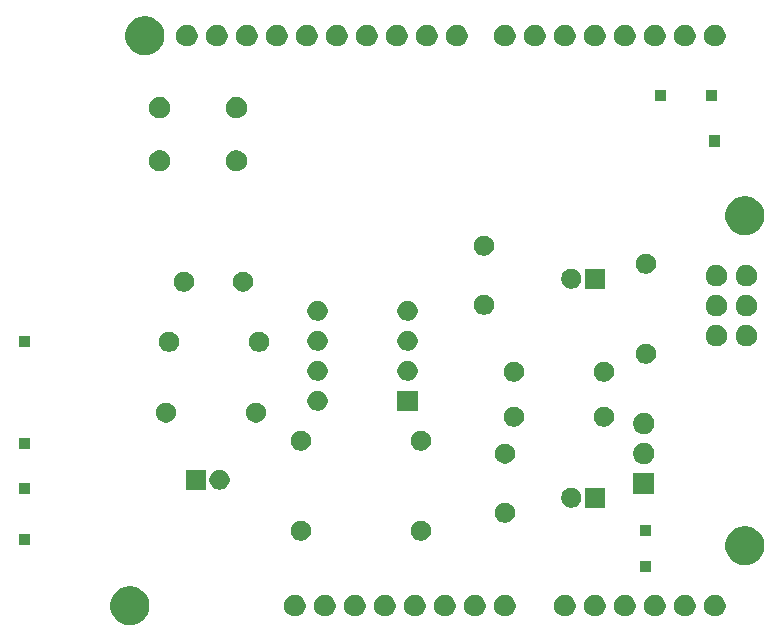
<source format=gbr>
%TF.GenerationSoftware,KiCad,Pcbnew,(5.1.5)-3*%
%TF.CreationDate,2020-05-16T21:05:58+02:00*%
%TF.ProjectId,30_PCB,33305f50-4342-42e6-9b69-6361645f7063,R0.7*%
%TF.SameCoordinates,Original*%
%TF.FileFunction,Soldermask,Bot*%
%TF.FilePolarity,Negative*%
%FSLAX46Y46*%
G04 Gerber Fmt 4.6, Leading zero omitted, Abs format (unit mm)*
G04 Created by KiCad (PCBNEW (5.1.5)-3) date 2020-05-16 21:05:58*
%MOMM*%
%LPD*%
G04 APERTURE LIST*
%ADD10C,0.100000*%
G04 APERTURE END LIST*
D10*
G36*
X126867256Y-115739298D02*
G01*
X126973579Y-115760447D01*
X127274042Y-115884903D01*
X127544451Y-116065585D01*
X127774415Y-116295549D01*
X127955097Y-116565958D01*
X127955098Y-116565960D01*
X128079553Y-116866422D01*
X128143000Y-117185389D01*
X128143000Y-117510611D01*
X128079553Y-117829578D01*
X127984766Y-118058416D01*
X127955097Y-118130042D01*
X127774415Y-118400451D01*
X127544451Y-118630415D01*
X127274042Y-118811097D01*
X126973579Y-118935553D01*
X126867256Y-118956702D01*
X126654611Y-118999000D01*
X126329389Y-118999000D01*
X126116744Y-118956702D01*
X126010421Y-118935553D01*
X125709958Y-118811097D01*
X125439549Y-118630415D01*
X125209585Y-118400451D01*
X125028903Y-118130042D01*
X124999235Y-118058416D01*
X124904447Y-117829578D01*
X124841000Y-117510611D01*
X124841000Y-117185389D01*
X124904447Y-116866422D01*
X125028902Y-116565960D01*
X125028903Y-116565958D01*
X125209585Y-116295549D01*
X125439549Y-116065585D01*
X125709958Y-115884903D01*
X126010421Y-115760447D01*
X126116744Y-115739298D01*
X126329389Y-115697000D01*
X126654611Y-115697000D01*
X126867256Y-115739298D01*
G37*
G36*
X176288778Y-116468547D02*
G01*
X176455224Y-116537491D01*
X176605022Y-116637583D01*
X176732417Y-116764978D01*
X176832509Y-116914776D01*
X176901453Y-117081222D01*
X176936600Y-117257918D01*
X176936600Y-117438082D01*
X176901453Y-117614778D01*
X176832509Y-117781224D01*
X176732417Y-117931022D01*
X176605022Y-118058417D01*
X176455224Y-118158509D01*
X176288778Y-118227453D01*
X176112082Y-118262600D01*
X175931918Y-118262600D01*
X175755222Y-118227453D01*
X175588776Y-118158509D01*
X175438978Y-118058417D01*
X175311583Y-117931022D01*
X175211491Y-117781224D01*
X175142547Y-117614778D01*
X175107400Y-117438082D01*
X175107400Y-117257918D01*
X175142547Y-117081222D01*
X175211491Y-116914776D01*
X175311583Y-116764978D01*
X175438978Y-116637583D01*
X175588776Y-116537491D01*
X175755222Y-116468547D01*
X175931918Y-116433400D01*
X176112082Y-116433400D01*
X176288778Y-116468547D01*
G37*
G36*
X163588778Y-116468547D02*
G01*
X163755224Y-116537491D01*
X163905022Y-116637583D01*
X164032417Y-116764978D01*
X164132509Y-116914776D01*
X164201453Y-117081222D01*
X164236600Y-117257918D01*
X164236600Y-117438082D01*
X164201453Y-117614778D01*
X164132509Y-117781224D01*
X164032417Y-117931022D01*
X163905022Y-118058417D01*
X163755224Y-118158509D01*
X163588778Y-118227453D01*
X163412082Y-118262600D01*
X163231918Y-118262600D01*
X163055222Y-118227453D01*
X162888776Y-118158509D01*
X162738978Y-118058417D01*
X162611583Y-117931022D01*
X162511491Y-117781224D01*
X162442547Y-117614778D01*
X162407400Y-117438082D01*
X162407400Y-117257918D01*
X162442547Y-117081222D01*
X162511491Y-116914776D01*
X162611583Y-116764978D01*
X162738978Y-116637583D01*
X162888776Y-116537491D01*
X163055222Y-116468547D01*
X163231918Y-116433400D01*
X163412082Y-116433400D01*
X163588778Y-116468547D01*
G37*
G36*
X158508778Y-116468547D02*
G01*
X158675224Y-116537491D01*
X158825022Y-116637583D01*
X158952417Y-116764978D01*
X159052509Y-116914776D01*
X159121453Y-117081222D01*
X159156600Y-117257918D01*
X159156600Y-117438082D01*
X159121453Y-117614778D01*
X159052509Y-117781224D01*
X158952417Y-117931022D01*
X158825022Y-118058417D01*
X158675224Y-118158509D01*
X158508778Y-118227453D01*
X158332082Y-118262600D01*
X158151918Y-118262600D01*
X157975222Y-118227453D01*
X157808776Y-118158509D01*
X157658978Y-118058417D01*
X157531583Y-117931022D01*
X157431491Y-117781224D01*
X157362547Y-117614778D01*
X157327400Y-117438082D01*
X157327400Y-117257918D01*
X157362547Y-117081222D01*
X157431491Y-116914776D01*
X157531583Y-116764978D01*
X157658978Y-116637583D01*
X157808776Y-116537491D01*
X157975222Y-116468547D01*
X158151918Y-116433400D01*
X158332082Y-116433400D01*
X158508778Y-116468547D01*
G37*
G36*
X155968778Y-116468547D02*
G01*
X156135224Y-116537491D01*
X156285022Y-116637583D01*
X156412417Y-116764978D01*
X156512509Y-116914776D01*
X156581453Y-117081222D01*
X156616600Y-117257918D01*
X156616600Y-117438082D01*
X156581453Y-117614778D01*
X156512509Y-117781224D01*
X156412417Y-117931022D01*
X156285022Y-118058417D01*
X156135224Y-118158509D01*
X155968778Y-118227453D01*
X155792082Y-118262600D01*
X155611918Y-118262600D01*
X155435222Y-118227453D01*
X155268776Y-118158509D01*
X155118978Y-118058417D01*
X154991583Y-117931022D01*
X154891491Y-117781224D01*
X154822547Y-117614778D01*
X154787400Y-117438082D01*
X154787400Y-117257918D01*
X154822547Y-117081222D01*
X154891491Y-116914776D01*
X154991583Y-116764978D01*
X155118978Y-116637583D01*
X155268776Y-116537491D01*
X155435222Y-116468547D01*
X155611918Y-116433400D01*
X155792082Y-116433400D01*
X155968778Y-116468547D01*
G37*
G36*
X153428778Y-116468547D02*
G01*
X153595224Y-116537491D01*
X153745022Y-116637583D01*
X153872417Y-116764978D01*
X153972509Y-116914776D01*
X154041453Y-117081222D01*
X154076600Y-117257918D01*
X154076600Y-117438082D01*
X154041453Y-117614778D01*
X153972509Y-117781224D01*
X153872417Y-117931022D01*
X153745022Y-118058417D01*
X153595224Y-118158509D01*
X153428778Y-118227453D01*
X153252082Y-118262600D01*
X153071918Y-118262600D01*
X152895222Y-118227453D01*
X152728776Y-118158509D01*
X152578978Y-118058417D01*
X152451583Y-117931022D01*
X152351491Y-117781224D01*
X152282547Y-117614778D01*
X152247400Y-117438082D01*
X152247400Y-117257918D01*
X152282547Y-117081222D01*
X152351491Y-116914776D01*
X152451583Y-116764978D01*
X152578978Y-116637583D01*
X152728776Y-116537491D01*
X152895222Y-116468547D01*
X153071918Y-116433400D01*
X153252082Y-116433400D01*
X153428778Y-116468547D01*
G37*
G36*
X150888778Y-116468547D02*
G01*
X151055224Y-116537491D01*
X151205022Y-116637583D01*
X151332417Y-116764978D01*
X151432509Y-116914776D01*
X151501453Y-117081222D01*
X151536600Y-117257918D01*
X151536600Y-117438082D01*
X151501453Y-117614778D01*
X151432509Y-117781224D01*
X151332417Y-117931022D01*
X151205022Y-118058417D01*
X151055224Y-118158509D01*
X150888778Y-118227453D01*
X150712082Y-118262600D01*
X150531918Y-118262600D01*
X150355222Y-118227453D01*
X150188776Y-118158509D01*
X150038978Y-118058417D01*
X149911583Y-117931022D01*
X149811491Y-117781224D01*
X149742547Y-117614778D01*
X149707400Y-117438082D01*
X149707400Y-117257918D01*
X149742547Y-117081222D01*
X149811491Y-116914776D01*
X149911583Y-116764978D01*
X150038978Y-116637583D01*
X150188776Y-116537491D01*
X150355222Y-116468547D01*
X150531918Y-116433400D01*
X150712082Y-116433400D01*
X150888778Y-116468547D01*
G37*
G36*
X148348778Y-116468547D02*
G01*
X148515224Y-116537491D01*
X148665022Y-116637583D01*
X148792417Y-116764978D01*
X148892509Y-116914776D01*
X148961453Y-117081222D01*
X148996600Y-117257918D01*
X148996600Y-117438082D01*
X148961453Y-117614778D01*
X148892509Y-117781224D01*
X148792417Y-117931022D01*
X148665022Y-118058417D01*
X148515224Y-118158509D01*
X148348778Y-118227453D01*
X148172082Y-118262600D01*
X147991918Y-118262600D01*
X147815222Y-118227453D01*
X147648776Y-118158509D01*
X147498978Y-118058417D01*
X147371583Y-117931022D01*
X147271491Y-117781224D01*
X147202547Y-117614778D01*
X147167400Y-117438082D01*
X147167400Y-117257918D01*
X147202547Y-117081222D01*
X147271491Y-116914776D01*
X147371583Y-116764978D01*
X147498978Y-116637583D01*
X147648776Y-116537491D01*
X147815222Y-116468547D01*
X147991918Y-116433400D01*
X148172082Y-116433400D01*
X148348778Y-116468547D01*
G37*
G36*
X143268778Y-116468547D02*
G01*
X143435224Y-116537491D01*
X143585022Y-116637583D01*
X143712417Y-116764978D01*
X143812509Y-116914776D01*
X143881453Y-117081222D01*
X143916600Y-117257918D01*
X143916600Y-117438082D01*
X143881453Y-117614778D01*
X143812509Y-117781224D01*
X143712417Y-117931022D01*
X143585022Y-118058417D01*
X143435224Y-118158509D01*
X143268778Y-118227453D01*
X143092082Y-118262600D01*
X142911918Y-118262600D01*
X142735222Y-118227453D01*
X142568776Y-118158509D01*
X142418978Y-118058417D01*
X142291583Y-117931022D01*
X142191491Y-117781224D01*
X142122547Y-117614778D01*
X142087400Y-117438082D01*
X142087400Y-117257918D01*
X142122547Y-117081222D01*
X142191491Y-116914776D01*
X142291583Y-116764978D01*
X142418978Y-116637583D01*
X142568776Y-116537491D01*
X142735222Y-116468547D01*
X142911918Y-116433400D01*
X143092082Y-116433400D01*
X143268778Y-116468547D01*
G37*
G36*
X145808778Y-116468547D02*
G01*
X145975224Y-116537491D01*
X146125022Y-116637583D01*
X146252417Y-116764978D01*
X146352509Y-116914776D01*
X146421453Y-117081222D01*
X146456600Y-117257918D01*
X146456600Y-117438082D01*
X146421453Y-117614778D01*
X146352509Y-117781224D01*
X146252417Y-117931022D01*
X146125022Y-118058417D01*
X145975224Y-118158509D01*
X145808778Y-118227453D01*
X145632082Y-118262600D01*
X145451918Y-118262600D01*
X145275222Y-118227453D01*
X145108776Y-118158509D01*
X144958978Y-118058417D01*
X144831583Y-117931022D01*
X144731491Y-117781224D01*
X144662547Y-117614778D01*
X144627400Y-117438082D01*
X144627400Y-117257918D01*
X144662547Y-117081222D01*
X144731491Y-116914776D01*
X144831583Y-116764978D01*
X144958978Y-116637583D01*
X145108776Y-116537491D01*
X145275222Y-116468547D01*
X145451918Y-116433400D01*
X145632082Y-116433400D01*
X145808778Y-116468547D01*
G37*
G36*
X173748778Y-116468547D02*
G01*
X173915224Y-116537491D01*
X174065022Y-116637583D01*
X174192417Y-116764978D01*
X174292509Y-116914776D01*
X174361453Y-117081222D01*
X174396600Y-117257918D01*
X174396600Y-117438082D01*
X174361453Y-117614778D01*
X174292509Y-117781224D01*
X174192417Y-117931022D01*
X174065022Y-118058417D01*
X173915224Y-118158509D01*
X173748778Y-118227453D01*
X173572082Y-118262600D01*
X173391918Y-118262600D01*
X173215222Y-118227453D01*
X173048776Y-118158509D01*
X172898978Y-118058417D01*
X172771583Y-117931022D01*
X172671491Y-117781224D01*
X172602547Y-117614778D01*
X172567400Y-117438082D01*
X172567400Y-117257918D01*
X172602547Y-117081222D01*
X172671491Y-116914776D01*
X172771583Y-116764978D01*
X172898978Y-116637583D01*
X173048776Y-116537491D01*
X173215222Y-116468547D01*
X173391918Y-116433400D01*
X173572082Y-116433400D01*
X173748778Y-116468547D01*
G37*
G36*
X171208778Y-116468547D02*
G01*
X171375224Y-116537491D01*
X171525022Y-116637583D01*
X171652417Y-116764978D01*
X171752509Y-116914776D01*
X171821453Y-117081222D01*
X171856600Y-117257918D01*
X171856600Y-117438082D01*
X171821453Y-117614778D01*
X171752509Y-117781224D01*
X171652417Y-117931022D01*
X171525022Y-118058417D01*
X171375224Y-118158509D01*
X171208778Y-118227453D01*
X171032082Y-118262600D01*
X170851918Y-118262600D01*
X170675222Y-118227453D01*
X170508776Y-118158509D01*
X170358978Y-118058417D01*
X170231583Y-117931022D01*
X170131491Y-117781224D01*
X170062547Y-117614778D01*
X170027400Y-117438082D01*
X170027400Y-117257918D01*
X170062547Y-117081222D01*
X170131491Y-116914776D01*
X170231583Y-116764978D01*
X170358978Y-116637583D01*
X170508776Y-116537491D01*
X170675222Y-116468547D01*
X170851918Y-116433400D01*
X171032082Y-116433400D01*
X171208778Y-116468547D01*
G37*
G36*
X168668778Y-116468547D02*
G01*
X168835224Y-116537491D01*
X168985022Y-116637583D01*
X169112417Y-116764978D01*
X169212509Y-116914776D01*
X169281453Y-117081222D01*
X169316600Y-117257918D01*
X169316600Y-117438082D01*
X169281453Y-117614778D01*
X169212509Y-117781224D01*
X169112417Y-117931022D01*
X168985022Y-118058417D01*
X168835224Y-118158509D01*
X168668778Y-118227453D01*
X168492082Y-118262600D01*
X168311918Y-118262600D01*
X168135222Y-118227453D01*
X167968776Y-118158509D01*
X167818978Y-118058417D01*
X167691583Y-117931022D01*
X167591491Y-117781224D01*
X167522547Y-117614778D01*
X167487400Y-117438082D01*
X167487400Y-117257918D01*
X167522547Y-117081222D01*
X167591491Y-116914776D01*
X167691583Y-116764978D01*
X167818978Y-116637583D01*
X167968776Y-116537491D01*
X168135222Y-116468547D01*
X168311918Y-116433400D01*
X168492082Y-116433400D01*
X168668778Y-116468547D01*
G37*
G36*
X166128778Y-116468547D02*
G01*
X166295224Y-116537491D01*
X166445022Y-116637583D01*
X166572417Y-116764978D01*
X166672509Y-116914776D01*
X166741453Y-117081222D01*
X166776600Y-117257918D01*
X166776600Y-117438082D01*
X166741453Y-117614778D01*
X166672509Y-117781224D01*
X166572417Y-117931022D01*
X166445022Y-118058417D01*
X166295224Y-118158509D01*
X166128778Y-118227453D01*
X165952082Y-118262600D01*
X165771918Y-118262600D01*
X165595222Y-118227453D01*
X165428776Y-118158509D01*
X165278978Y-118058417D01*
X165151583Y-117931022D01*
X165051491Y-117781224D01*
X164982547Y-117614778D01*
X164947400Y-117438082D01*
X164947400Y-117257918D01*
X164982547Y-117081222D01*
X165051491Y-116914776D01*
X165151583Y-116764978D01*
X165278978Y-116637583D01*
X165428776Y-116537491D01*
X165595222Y-116468547D01*
X165771918Y-116433400D01*
X165952082Y-116433400D01*
X166128778Y-116468547D01*
G37*
G36*
X140728778Y-116468547D02*
G01*
X140895224Y-116537491D01*
X141045022Y-116637583D01*
X141172417Y-116764978D01*
X141272509Y-116914776D01*
X141341453Y-117081222D01*
X141376600Y-117257918D01*
X141376600Y-117438082D01*
X141341453Y-117614778D01*
X141272509Y-117781224D01*
X141172417Y-117931022D01*
X141045022Y-118058417D01*
X140895224Y-118158509D01*
X140728778Y-118227453D01*
X140552082Y-118262600D01*
X140371918Y-118262600D01*
X140195222Y-118227453D01*
X140028776Y-118158509D01*
X139878978Y-118058417D01*
X139751583Y-117931022D01*
X139651491Y-117781224D01*
X139582547Y-117614778D01*
X139547400Y-117438082D01*
X139547400Y-117257918D01*
X139582547Y-117081222D01*
X139651491Y-116914776D01*
X139751583Y-116764978D01*
X139878978Y-116637583D01*
X140028776Y-116537491D01*
X140195222Y-116468547D01*
X140371918Y-116433400D01*
X140552082Y-116433400D01*
X140728778Y-116468547D01*
G37*
G36*
X170656000Y-114522000D02*
G01*
X169704000Y-114522000D01*
X169704000Y-113570000D01*
X170656000Y-113570000D01*
X170656000Y-114522000D01*
G37*
G36*
X178937256Y-110659298D02*
G01*
X179043579Y-110680447D01*
X179344042Y-110804903D01*
X179614451Y-110985585D01*
X179844415Y-111215549D01*
X180025097Y-111485958D01*
X180149553Y-111786421D01*
X180213000Y-112105391D01*
X180213000Y-112430609D01*
X180149553Y-112749579D01*
X180025097Y-113050042D01*
X179844415Y-113320451D01*
X179614451Y-113550415D01*
X179344042Y-113731097D01*
X179043579Y-113855553D01*
X178937256Y-113876702D01*
X178724611Y-113919000D01*
X178399389Y-113919000D01*
X178186744Y-113876702D01*
X178080421Y-113855553D01*
X177779958Y-113731097D01*
X177509549Y-113550415D01*
X177279585Y-113320451D01*
X177098903Y-113050042D01*
X176974447Y-112749579D01*
X176911000Y-112430609D01*
X176911000Y-112105391D01*
X176974447Y-111786421D01*
X177098903Y-111485958D01*
X177279585Y-111215549D01*
X177509549Y-110985585D01*
X177779958Y-110804903D01*
X178080421Y-110680447D01*
X178186744Y-110659298D01*
X178399389Y-110617000D01*
X178724611Y-110617000D01*
X178937256Y-110659298D01*
G37*
G36*
X118078000Y-112236000D02*
G01*
X117126000Y-112236000D01*
X117126000Y-111284000D01*
X118078000Y-111284000D01*
X118078000Y-112236000D01*
G37*
G36*
X151378228Y-110179703D02*
G01*
X151533100Y-110243853D01*
X151672481Y-110336985D01*
X151791015Y-110455519D01*
X151884147Y-110594900D01*
X151948297Y-110749772D01*
X151981000Y-110914184D01*
X151981000Y-111081816D01*
X151948297Y-111246228D01*
X151884147Y-111401100D01*
X151791015Y-111540481D01*
X151672481Y-111659015D01*
X151533100Y-111752147D01*
X151378228Y-111816297D01*
X151213816Y-111849000D01*
X151046184Y-111849000D01*
X150881772Y-111816297D01*
X150726900Y-111752147D01*
X150587519Y-111659015D01*
X150468985Y-111540481D01*
X150375853Y-111401100D01*
X150311703Y-111246228D01*
X150279000Y-111081816D01*
X150279000Y-110914184D01*
X150311703Y-110749772D01*
X150375853Y-110594900D01*
X150468985Y-110455519D01*
X150587519Y-110336985D01*
X150726900Y-110243853D01*
X150881772Y-110179703D01*
X151046184Y-110147000D01*
X151213816Y-110147000D01*
X151378228Y-110179703D01*
G37*
G36*
X141218228Y-110179703D02*
G01*
X141373100Y-110243853D01*
X141512481Y-110336985D01*
X141631015Y-110455519D01*
X141724147Y-110594900D01*
X141788297Y-110749772D01*
X141821000Y-110914184D01*
X141821000Y-111081816D01*
X141788297Y-111246228D01*
X141724147Y-111401100D01*
X141631015Y-111540481D01*
X141512481Y-111659015D01*
X141373100Y-111752147D01*
X141218228Y-111816297D01*
X141053816Y-111849000D01*
X140886184Y-111849000D01*
X140721772Y-111816297D01*
X140566900Y-111752147D01*
X140427519Y-111659015D01*
X140308985Y-111540481D01*
X140215853Y-111401100D01*
X140151703Y-111246228D01*
X140119000Y-111081816D01*
X140119000Y-110914184D01*
X140151703Y-110749772D01*
X140215853Y-110594900D01*
X140308985Y-110455519D01*
X140427519Y-110336985D01*
X140566900Y-110243853D01*
X140721772Y-110179703D01*
X140886184Y-110147000D01*
X141053816Y-110147000D01*
X141218228Y-110179703D01*
G37*
G36*
X170656000Y-111474000D02*
G01*
X169704000Y-111474000D01*
X169704000Y-110522000D01*
X170656000Y-110522000D01*
X170656000Y-111474000D01*
G37*
G36*
X158490228Y-108655703D02*
G01*
X158645100Y-108719853D01*
X158784481Y-108812985D01*
X158903015Y-108931519D01*
X158996147Y-109070900D01*
X159060297Y-109225772D01*
X159093000Y-109390184D01*
X159093000Y-109557816D01*
X159060297Y-109722228D01*
X158996147Y-109877100D01*
X158903015Y-110016481D01*
X158784481Y-110135015D01*
X158645100Y-110228147D01*
X158490228Y-110292297D01*
X158325816Y-110325000D01*
X158158184Y-110325000D01*
X157993772Y-110292297D01*
X157838900Y-110228147D01*
X157699519Y-110135015D01*
X157580985Y-110016481D01*
X157487853Y-109877100D01*
X157423703Y-109722228D01*
X157391000Y-109557816D01*
X157391000Y-109390184D01*
X157423703Y-109225772D01*
X157487853Y-109070900D01*
X157580985Y-108931519D01*
X157699519Y-108812985D01*
X157838900Y-108719853D01*
X157993772Y-108655703D01*
X158158184Y-108623000D01*
X158325816Y-108623000D01*
X158490228Y-108655703D01*
G37*
G36*
X164110228Y-107385703D02*
G01*
X164265100Y-107449853D01*
X164404481Y-107542985D01*
X164523015Y-107661519D01*
X164616147Y-107800900D01*
X164680297Y-107955772D01*
X164713000Y-108120184D01*
X164713000Y-108287816D01*
X164680297Y-108452228D01*
X164616147Y-108607100D01*
X164523015Y-108746481D01*
X164404481Y-108865015D01*
X164265100Y-108958147D01*
X164110228Y-109022297D01*
X163945816Y-109055000D01*
X163778184Y-109055000D01*
X163613772Y-109022297D01*
X163458900Y-108958147D01*
X163319519Y-108865015D01*
X163200985Y-108746481D01*
X163107853Y-108607100D01*
X163043703Y-108452228D01*
X163011000Y-108287816D01*
X163011000Y-108120184D01*
X163043703Y-107955772D01*
X163107853Y-107800900D01*
X163200985Y-107661519D01*
X163319519Y-107542985D01*
X163458900Y-107449853D01*
X163613772Y-107385703D01*
X163778184Y-107353000D01*
X163945816Y-107353000D01*
X164110228Y-107385703D01*
G37*
G36*
X166713000Y-109055000D02*
G01*
X165011000Y-109055000D01*
X165011000Y-107353000D01*
X166713000Y-107353000D01*
X166713000Y-109055000D01*
G37*
G36*
X118078000Y-107918000D02*
G01*
X117126000Y-107918000D01*
X117126000Y-106966000D01*
X118078000Y-106966000D01*
X118078000Y-107918000D01*
G37*
G36*
X170901000Y-107901000D02*
G01*
X169099000Y-107901000D01*
X169099000Y-106099000D01*
X170901000Y-106099000D01*
X170901000Y-107901000D01*
G37*
G36*
X132931000Y-107531000D02*
G01*
X131229000Y-107531000D01*
X131229000Y-105829000D01*
X132931000Y-105829000D01*
X132931000Y-107531000D01*
G37*
G36*
X134328228Y-105861703D02*
G01*
X134483100Y-105925853D01*
X134622481Y-106018985D01*
X134741015Y-106137519D01*
X134834147Y-106276900D01*
X134898297Y-106431772D01*
X134931000Y-106596184D01*
X134931000Y-106763816D01*
X134898297Y-106928228D01*
X134834147Y-107083100D01*
X134741015Y-107222481D01*
X134622481Y-107341015D01*
X134483100Y-107434147D01*
X134328228Y-107498297D01*
X134163816Y-107531000D01*
X133996184Y-107531000D01*
X133831772Y-107498297D01*
X133676900Y-107434147D01*
X133537519Y-107341015D01*
X133418985Y-107222481D01*
X133325853Y-107083100D01*
X133261703Y-106928228D01*
X133229000Y-106763816D01*
X133229000Y-106596184D01*
X133261703Y-106431772D01*
X133325853Y-106276900D01*
X133418985Y-106137519D01*
X133537519Y-106018985D01*
X133676900Y-105925853D01*
X133831772Y-105861703D01*
X133996184Y-105829000D01*
X134163816Y-105829000D01*
X134328228Y-105861703D01*
G37*
G36*
X170113512Y-103563927D02*
G01*
X170262812Y-103593624D01*
X170426784Y-103661544D01*
X170574354Y-103760147D01*
X170699853Y-103885646D01*
X170798456Y-104033216D01*
X170866376Y-104197188D01*
X170901000Y-104371259D01*
X170901000Y-104548741D01*
X170866376Y-104722812D01*
X170798456Y-104886784D01*
X170699853Y-105034354D01*
X170574354Y-105159853D01*
X170426784Y-105258456D01*
X170262812Y-105326376D01*
X170113512Y-105356073D01*
X170088742Y-105361000D01*
X169911258Y-105361000D01*
X169886488Y-105356073D01*
X169737188Y-105326376D01*
X169573216Y-105258456D01*
X169425646Y-105159853D01*
X169300147Y-105034354D01*
X169201544Y-104886784D01*
X169133624Y-104722812D01*
X169099000Y-104548741D01*
X169099000Y-104371259D01*
X169133624Y-104197188D01*
X169201544Y-104033216D01*
X169300147Y-103885646D01*
X169425646Y-103760147D01*
X169573216Y-103661544D01*
X169737188Y-103593624D01*
X169886488Y-103563927D01*
X169911258Y-103559000D01*
X170088742Y-103559000D01*
X170113512Y-103563927D01*
G37*
G36*
X158490228Y-103655703D02*
G01*
X158645100Y-103719853D01*
X158784481Y-103812985D01*
X158903015Y-103931519D01*
X158996147Y-104070900D01*
X159060297Y-104225772D01*
X159093000Y-104390184D01*
X159093000Y-104557816D01*
X159060297Y-104722228D01*
X158996147Y-104877100D01*
X158903015Y-105016481D01*
X158784481Y-105135015D01*
X158645100Y-105228147D01*
X158490228Y-105292297D01*
X158325816Y-105325000D01*
X158158184Y-105325000D01*
X157993772Y-105292297D01*
X157838900Y-105228147D01*
X157699519Y-105135015D01*
X157580985Y-105016481D01*
X157487853Y-104877100D01*
X157423703Y-104722228D01*
X157391000Y-104557816D01*
X157391000Y-104390184D01*
X157423703Y-104225772D01*
X157487853Y-104070900D01*
X157580985Y-103931519D01*
X157699519Y-103812985D01*
X157838900Y-103719853D01*
X157993772Y-103655703D01*
X158158184Y-103623000D01*
X158325816Y-103623000D01*
X158490228Y-103655703D01*
G37*
G36*
X151378228Y-102559703D02*
G01*
X151533100Y-102623853D01*
X151672481Y-102716985D01*
X151791015Y-102835519D01*
X151884147Y-102974900D01*
X151948297Y-103129772D01*
X151981000Y-103294184D01*
X151981000Y-103461816D01*
X151948297Y-103626228D01*
X151884147Y-103781100D01*
X151791015Y-103920481D01*
X151672481Y-104039015D01*
X151533100Y-104132147D01*
X151378228Y-104196297D01*
X151213816Y-104229000D01*
X151046184Y-104229000D01*
X150881772Y-104196297D01*
X150726900Y-104132147D01*
X150587519Y-104039015D01*
X150468985Y-103920481D01*
X150375853Y-103781100D01*
X150311703Y-103626228D01*
X150279000Y-103461816D01*
X150279000Y-103294184D01*
X150311703Y-103129772D01*
X150375853Y-102974900D01*
X150468985Y-102835519D01*
X150587519Y-102716985D01*
X150726900Y-102623853D01*
X150881772Y-102559703D01*
X151046184Y-102527000D01*
X151213816Y-102527000D01*
X151378228Y-102559703D01*
G37*
G36*
X141218228Y-102559703D02*
G01*
X141373100Y-102623853D01*
X141512481Y-102716985D01*
X141631015Y-102835519D01*
X141724147Y-102974900D01*
X141788297Y-103129772D01*
X141821000Y-103294184D01*
X141821000Y-103461816D01*
X141788297Y-103626228D01*
X141724147Y-103781100D01*
X141631015Y-103920481D01*
X141512481Y-104039015D01*
X141373100Y-104132147D01*
X141218228Y-104196297D01*
X141053816Y-104229000D01*
X140886184Y-104229000D01*
X140721772Y-104196297D01*
X140566900Y-104132147D01*
X140427519Y-104039015D01*
X140308985Y-103920481D01*
X140215853Y-103781100D01*
X140151703Y-103626228D01*
X140119000Y-103461816D01*
X140119000Y-103294184D01*
X140151703Y-103129772D01*
X140215853Y-102974900D01*
X140308985Y-102835519D01*
X140427519Y-102716985D01*
X140566900Y-102623853D01*
X140721772Y-102559703D01*
X140886184Y-102527000D01*
X141053816Y-102527000D01*
X141218228Y-102559703D01*
G37*
G36*
X118078000Y-104108000D02*
G01*
X117126000Y-104108000D01*
X117126000Y-103156000D01*
X118078000Y-103156000D01*
X118078000Y-104108000D01*
G37*
G36*
X170113512Y-101023927D02*
G01*
X170262812Y-101053624D01*
X170426784Y-101121544D01*
X170574354Y-101220147D01*
X170699853Y-101345646D01*
X170798456Y-101493216D01*
X170866376Y-101657188D01*
X170901000Y-101831259D01*
X170901000Y-102008741D01*
X170866376Y-102182812D01*
X170798456Y-102346784D01*
X170699853Y-102494354D01*
X170574354Y-102619853D01*
X170426784Y-102718456D01*
X170262812Y-102786376D01*
X170113512Y-102816073D01*
X170088742Y-102821000D01*
X169911258Y-102821000D01*
X169886488Y-102816073D01*
X169737188Y-102786376D01*
X169573216Y-102718456D01*
X169425646Y-102619853D01*
X169300147Y-102494354D01*
X169201544Y-102346784D01*
X169133624Y-102182812D01*
X169099000Y-102008741D01*
X169099000Y-101831259D01*
X169133624Y-101657188D01*
X169201544Y-101493216D01*
X169300147Y-101345646D01*
X169425646Y-101220147D01*
X169573216Y-101121544D01*
X169737188Y-101053624D01*
X169886488Y-101023927D01*
X169911258Y-101019000D01*
X170088742Y-101019000D01*
X170113512Y-101023927D01*
G37*
G36*
X159252228Y-100527703D02*
G01*
X159407100Y-100591853D01*
X159546481Y-100684985D01*
X159665015Y-100803519D01*
X159758147Y-100942900D01*
X159822297Y-101097772D01*
X159855000Y-101262184D01*
X159855000Y-101429816D01*
X159822297Y-101594228D01*
X159758147Y-101749100D01*
X159665015Y-101888481D01*
X159546481Y-102007015D01*
X159407100Y-102100147D01*
X159252228Y-102164297D01*
X159087816Y-102197000D01*
X158920184Y-102197000D01*
X158755772Y-102164297D01*
X158600900Y-102100147D01*
X158461519Y-102007015D01*
X158342985Y-101888481D01*
X158249853Y-101749100D01*
X158185703Y-101594228D01*
X158153000Y-101429816D01*
X158153000Y-101262184D01*
X158185703Y-101097772D01*
X158249853Y-100942900D01*
X158342985Y-100803519D01*
X158461519Y-100684985D01*
X158600900Y-100591853D01*
X158755772Y-100527703D01*
X158920184Y-100495000D01*
X159087816Y-100495000D01*
X159252228Y-100527703D01*
G37*
G36*
X166872228Y-100527703D02*
G01*
X167027100Y-100591853D01*
X167166481Y-100684985D01*
X167285015Y-100803519D01*
X167378147Y-100942900D01*
X167442297Y-101097772D01*
X167475000Y-101262184D01*
X167475000Y-101429816D01*
X167442297Y-101594228D01*
X167378147Y-101749100D01*
X167285015Y-101888481D01*
X167166481Y-102007015D01*
X167027100Y-102100147D01*
X166872228Y-102164297D01*
X166707816Y-102197000D01*
X166540184Y-102197000D01*
X166375772Y-102164297D01*
X166220900Y-102100147D01*
X166081519Y-102007015D01*
X165962985Y-101888481D01*
X165869853Y-101749100D01*
X165805703Y-101594228D01*
X165773000Y-101429816D01*
X165773000Y-101262184D01*
X165805703Y-101097772D01*
X165869853Y-100942900D01*
X165962985Y-100803519D01*
X166081519Y-100684985D01*
X166220900Y-100591853D01*
X166375772Y-100527703D01*
X166540184Y-100495000D01*
X166707816Y-100495000D01*
X166872228Y-100527703D01*
G37*
G36*
X137408228Y-100181703D02*
G01*
X137563100Y-100245853D01*
X137702481Y-100338985D01*
X137821015Y-100457519D01*
X137914147Y-100596900D01*
X137978297Y-100751772D01*
X138011000Y-100916184D01*
X138011000Y-101083816D01*
X137978297Y-101248228D01*
X137914147Y-101403100D01*
X137821015Y-101542481D01*
X137702481Y-101661015D01*
X137563100Y-101754147D01*
X137408228Y-101818297D01*
X137243816Y-101851000D01*
X137076184Y-101851000D01*
X136911772Y-101818297D01*
X136756900Y-101754147D01*
X136617519Y-101661015D01*
X136498985Y-101542481D01*
X136405853Y-101403100D01*
X136341703Y-101248228D01*
X136309000Y-101083816D01*
X136309000Y-100916184D01*
X136341703Y-100751772D01*
X136405853Y-100596900D01*
X136498985Y-100457519D01*
X136617519Y-100338985D01*
X136756900Y-100245853D01*
X136911772Y-100181703D01*
X137076184Y-100149000D01*
X137243816Y-100149000D01*
X137408228Y-100181703D01*
G37*
G36*
X129788228Y-100181703D02*
G01*
X129943100Y-100245853D01*
X130082481Y-100338985D01*
X130201015Y-100457519D01*
X130294147Y-100596900D01*
X130358297Y-100751772D01*
X130391000Y-100916184D01*
X130391000Y-101083816D01*
X130358297Y-101248228D01*
X130294147Y-101403100D01*
X130201015Y-101542481D01*
X130082481Y-101661015D01*
X129943100Y-101754147D01*
X129788228Y-101818297D01*
X129623816Y-101851000D01*
X129456184Y-101851000D01*
X129291772Y-101818297D01*
X129136900Y-101754147D01*
X128997519Y-101661015D01*
X128878985Y-101542481D01*
X128785853Y-101403100D01*
X128721703Y-101248228D01*
X128689000Y-101083816D01*
X128689000Y-100916184D01*
X128721703Y-100751772D01*
X128785853Y-100596900D01*
X128878985Y-100457519D01*
X128997519Y-100338985D01*
X129136900Y-100245853D01*
X129291772Y-100181703D01*
X129456184Y-100149000D01*
X129623816Y-100149000D01*
X129788228Y-100181703D01*
G37*
G36*
X150851000Y-100851000D02*
G01*
X149149000Y-100851000D01*
X149149000Y-99149000D01*
X150851000Y-99149000D01*
X150851000Y-100851000D01*
G37*
G36*
X142628228Y-99181703D02*
G01*
X142783100Y-99245853D01*
X142922481Y-99338985D01*
X143041015Y-99457519D01*
X143134147Y-99596900D01*
X143198297Y-99751772D01*
X143231000Y-99916184D01*
X143231000Y-100083816D01*
X143198297Y-100248228D01*
X143134147Y-100403100D01*
X143041015Y-100542481D01*
X142922481Y-100661015D01*
X142783100Y-100754147D01*
X142628228Y-100818297D01*
X142463816Y-100851000D01*
X142296184Y-100851000D01*
X142131772Y-100818297D01*
X141976900Y-100754147D01*
X141837519Y-100661015D01*
X141718985Y-100542481D01*
X141625853Y-100403100D01*
X141561703Y-100248228D01*
X141529000Y-100083816D01*
X141529000Y-99916184D01*
X141561703Y-99751772D01*
X141625853Y-99596900D01*
X141718985Y-99457519D01*
X141837519Y-99338985D01*
X141976900Y-99245853D01*
X142131772Y-99181703D01*
X142296184Y-99149000D01*
X142463816Y-99149000D01*
X142628228Y-99181703D01*
G37*
G36*
X159252228Y-96717703D02*
G01*
X159407100Y-96781853D01*
X159546481Y-96874985D01*
X159665015Y-96993519D01*
X159758147Y-97132900D01*
X159822297Y-97287772D01*
X159855000Y-97452184D01*
X159855000Y-97619816D01*
X159822297Y-97784228D01*
X159758147Y-97939100D01*
X159665015Y-98078481D01*
X159546481Y-98197015D01*
X159407100Y-98290147D01*
X159252228Y-98354297D01*
X159087816Y-98387000D01*
X158920184Y-98387000D01*
X158755772Y-98354297D01*
X158600900Y-98290147D01*
X158461519Y-98197015D01*
X158342985Y-98078481D01*
X158249853Y-97939100D01*
X158185703Y-97784228D01*
X158153000Y-97619816D01*
X158153000Y-97452184D01*
X158185703Y-97287772D01*
X158249853Y-97132900D01*
X158342985Y-96993519D01*
X158461519Y-96874985D01*
X158600900Y-96781853D01*
X158755772Y-96717703D01*
X158920184Y-96685000D01*
X159087816Y-96685000D01*
X159252228Y-96717703D01*
G37*
G36*
X166872228Y-96717703D02*
G01*
X167027100Y-96781853D01*
X167166481Y-96874985D01*
X167285015Y-96993519D01*
X167378147Y-97132900D01*
X167442297Y-97287772D01*
X167475000Y-97452184D01*
X167475000Y-97619816D01*
X167442297Y-97784228D01*
X167378147Y-97939100D01*
X167285015Y-98078481D01*
X167166481Y-98197015D01*
X167027100Y-98290147D01*
X166872228Y-98354297D01*
X166707816Y-98387000D01*
X166540184Y-98387000D01*
X166375772Y-98354297D01*
X166220900Y-98290147D01*
X166081519Y-98197015D01*
X165962985Y-98078481D01*
X165869853Y-97939100D01*
X165805703Y-97784228D01*
X165773000Y-97619816D01*
X165773000Y-97452184D01*
X165805703Y-97287772D01*
X165869853Y-97132900D01*
X165962985Y-96993519D01*
X166081519Y-96874985D01*
X166220900Y-96781853D01*
X166375772Y-96717703D01*
X166540184Y-96685000D01*
X166707816Y-96685000D01*
X166872228Y-96717703D01*
G37*
G36*
X150248228Y-96641703D02*
G01*
X150403100Y-96705853D01*
X150542481Y-96798985D01*
X150661015Y-96917519D01*
X150754147Y-97056900D01*
X150818297Y-97211772D01*
X150851000Y-97376184D01*
X150851000Y-97543816D01*
X150818297Y-97708228D01*
X150754147Y-97863100D01*
X150661015Y-98002481D01*
X150542481Y-98121015D01*
X150403100Y-98214147D01*
X150248228Y-98278297D01*
X150083816Y-98311000D01*
X149916184Y-98311000D01*
X149751772Y-98278297D01*
X149596900Y-98214147D01*
X149457519Y-98121015D01*
X149338985Y-98002481D01*
X149245853Y-97863100D01*
X149181703Y-97708228D01*
X149149000Y-97543816D01*
X149149000Y-97376184D01*
X149181703Y-97211772D01*
X149245853Y-97056900D01*
X149338985Y-96917519D01*
X149457519Y-96798985D01*
X149596900Y-96705853D01*
X149751772Y-96641703D01*
X149916184Y-96609000D01*
X150083816Y-96609000D01*
X150248228Y-96641703D01*
G37*
G36*
X142628228Y-96641703D02*
G01*
X142783100Y-96705853D01*
X142922481Y-96798985D01*
X143041015Y-96917519D01*
X143134147Y-97056900D01*
X143198297Y-97211772D01*
X143231000Y-97376184D01*
X143231000Y-97543816D01*
X143198297Y-97708228D01*
X143134147Y-97863100D01*
X143041015Y-98002481D01*
X142922481Y-98121015D01*
X142783100Y-98214147D01*
X142628228Y-98278297D01*
X142463816Y-98311000D01*
X142296184Y-98311000D01*
X142131772Y-98278297D01*
X141976900Y-98214147D01*
X141837519Y-98121015D01*
X141718985Y-98002481D01*
X141625853Y-97863100D01*
X141561703Y-97708228D01*
X141529000Y-97543816D01*
X141529000Y-97376184D01*
X141561703Y-97211772D01*
X141625853Y-97056900D01*
X141718985Y-96917519D01*
X141837519Y-96798985D01*
X141976900Y-96705853D01*
X142131772Y-96641703D01*
X142296184Y-96609000D01*
X142463816Y-96609000D01*
X142628228Y-96641703D01*
G37*
G36*
X170428228Y-95193703D02*
G01*
X170583100Y-95257853D01*
X170722481Y-95350985D01*
X170841015Y-95469519D01*
X170934147Y-95608900D01*
X170998297Y-95763772D01*
X171031000Y-95928184D01*
X171031000Y-96095816D01*
X170998297Y-96260228D01*
X170934147Y-96415100D01*
X170841015Y-96554481D01*
X170722481Y-96673015D01*
X170583100Y-96766147D01*
X170428228Y-96830297D01*
X170263816Y-96863000D01*
X170096184Y-96863000D01*
X169931772Y-96830297D01*
X169776900Y-96766147D01*
X169637519Y-96673015D01*
X169518985Y-96554481D01*
X169425853Y-96415100D01*
X169361703Y-96260228D01*
X169329000Y-96095816D01*
X169329000Y-95928184D01*
X169361703Y-95763772D01*
X169425853Y-95608900D01*
X169518985Y-95469519D01*
X169637519Y-95350985D01*
X169776900Y-95257853D01*
X169931772Y-95193703D01*
X170096184Y-95161000D01*
X170263816Y-95161000D01*
X170428228Y-95193703D01*
G37*
G36*
X130042228Y-94181703D02*
G01*
X130197100Y-94245853D01*
X130336481Y-94338985D01*
X130455015Y-94457519D01*
X130548147Y-94596900D01*
X130612297Y-94751772D01*
X130645000Y-94916184D01*
X130645000Y-95083816D01*
X130612297Y-95248228D01*
X130548147Y-95403100D01*
X130455015Y-95542481D01*
X130336481Y-95661015D01*
X130197100Y-95754147D01*
X130042228Y-95818297D01*
X129877816Y-95851000D01*
X129710184Y-95851000D01*
X129545772Y-95818297D01*
X129390900Y-95754147D01*
X129251519Y-95661015D01*
X129132985Y-95542481D01*
X129039853Y-95403100D01*
X128975703Y-95248228D01*
X128943000Y-95083816D01*
X128943000Y-94916184D01*
X128975703Y-94751772D01*
X129039853Y-94596900D01*
X129132985Y-94457519D01*
X129251519Y-94338985D01*
X129390900Y-94245853D01*
X129545772Y-94181703D01*
X129710184Y-94149000D01*
X129877816Y-94149000D01*
X130042228Y-94181703D01*
G37*
G36*
X137662228Y-94181703D02*
G01*
X137817100Y-94245853D01*
X137956481Y-94338985D01*
X138075015Y-94457519D01*
X138168147Y-94596900D01*
X138232297Y-94751772D01*
X138265000Y-94916184D01*
X138265000Y-95083816D01*
X138232297Y-95248228D01*
X138168147Y-95403100D01*
X138075015Y-95542481D01*
X137956481Y-95661015D01*
X137817100Y-95754147D01*
X137662228Y-95818297D01*
X137497816Y-95851000D01*
X137330184Y-95851000D01*
X137165772Y-95818297D01*
X137010900Y-95754147D01*
X136871519Y-95661015D01*
X136752985Y-95542481D01*
X136659853Y-95403100D01*
X136595703Y-95248228D01*
X136563000Y-95083816D01*
X136563000Y-94916184D01*
X136595703Y-94751772D01*
X136659853Y-94596900D01*
X136752985Y-94457519D01*
X136871519Y-94338985D01*
X137010900Y-94245853D01*
X137165772Y-94181703D01*
X137330184Y-94149000D01*
X137497816Y-94149000D01*
X137662228Y-94181703D01*
G37*
G36*
X142628228Y-94101703D02*
G01*
X142783100Y-94165853D01*
X142922481Y-94258985D01*
X143041015Y-94377519D01*
X143134147Y-94516900D01*
X143198297Y-94671772D01*
X143231000Y-94836184D01*
X143231000Y-95003816D01*
X143198297Y-95168228D01*
X143134147Y-95323100D01*
X143041015Y-95462481D01*
X142922481Y-95581015D01*
X142783100Y-95674147D01*
X142628228Y-95738297D01*
X142463816Y-95771000D01*
X142296184Y-95771000D01*
X142131772Y-95738297D01*
X141976900Y-95674147D01*
X141837519Y-95581015D01*
X141718985Y-95462481D01*
X141625853Y-95323100D01*
X141561703Y-95168228D01*
X141529000Y-95003816D01*
X141529000Y-94836184D01*
X141561703Y-94671772D01*
X141625853Y-94516900D01*
X141718985Y-94377519D01*
X141837519Y-94258985D01*
X141976900Y-94165853D01*
X142131772Y-94101703D01*
X142296184Y-94069000D01*
X142463816Y-94069000D01*
X142628228Y-94101703D01*
G37*
G36*
X150248228Y-94101703D02*
G01*
X150403100Y-94165853D01*
X150542481Y-94258985D01*
X150661015Y-94377519D01*
X150754147Y-94516900D01*
X150818297Y-94671772D01*
X150851000Y-94836184D01*
X150851000Y-95003816D01*
X150818297Y-95168228D01*
X150754147Y-95323100D01*
X150661015Y-95462481D01*
X150542481Y-95581015D01*
X150403100Y-95674147D01*
X150248228Y-95738297D01*
X150083816Y-95771000D01*
X149916184Y-95771000D01*
X149751772Y-95738297D01*
X149596900Y-95674147D01*
X149457519Y-95581015D01*
X149338985Y-95462481D01*
X149245853Y-95323100D01*
X149181703Y-95168228D01*
X149149000Y-95003816D01*
X149149000Y-94836184D01*
X149181703Y-94671772D01*
X149245853Y-94516900D01*
X149338985Y-94377519D01*
X149457519Y-94258985D01*
X149596900Y-94165853D01*
X149751772Y-94101703D01*
X149916184Y-94069000D01*
X150083816Y-94069000D01*
X150248228Y-94101703D01*
G37*
G36*
X118078000Y-95472000D02*
G01*
X117126000Y-95472000D01*
X117126000Y-94520000D01*
X118078000Y-94520000D01*
X118078000Y-95472000D01*
G37*
G36*
X176415778Y-93608547D02*
G01*
X176582224Y-93677491D01*
X176732022Y-93777583D01*
X176859417Y-93904978D01*
X176959509Y-94054776D01*
X177028453Y-94221222D01*
X177063600Y-94397918D01*
X177063600Y-94578082D01*
X177028453Y-94754778D01*
X176959509Y-94921224D01*
X176859417Y-95071022D01*
X176732022Y-95198417D01*
X176582224Y-95298509D01*
X176415778Y-95367453D01*
X176239082Y-95402600D01*
X176058918Y-95402600D01*
X175882222Y-95367453D01*
X175715776Y-95298509D01*
X175565978Y-95198417D01*
X175438583Y-95071022D01*
X175338491Y-94921224D01*
X175269547Y-94754778D01*
X175234400Y-94578082D01*
X175234400Y-94397918D01*
X175269547Y-94221222D01*
X175338491Y-94054776D01*
X175438583Y-93904978D01*
X175565978Y-93777583D01*
X175715776Y-93677491D01*
X175882222Y-93608547D01*
X176058918Y-93573400D01*
X176239082Y-93573400D01*
X176415778Y-93608547D01*
G37*
G36*
X178955778Y-93608547D02*
G01*
X179122224Y-93677491D01*
X179272022Y-93777583D01*
X179399417Y-93904978D01*
X179499509Y-94054776D01*
X179568453Y-94221222D01*
X179603600Y-94397918D01*
X179603600Y-94578082D01*
X179568453Y-94754778D01*
X179499509Y-94921224D01*
X179399417Y-95071022D01*
X179272022Y-95198417D01*
X179122224Y-95298509D01*
X178955778Y-95367453D01*
X178779082Y-95402600D01*
X178598918Y-95402600D01*
X178422222Y-95367453D01*
X178255776Y-95298509D01*
X178105978Y-95198417D01*
X177978583Y-95071022D01*
X177878491Y-94921224D01*
X177809547Y-94754778D01*
X177774400Y-94578082D01*
X177774400Y-94397918D01*
X177809547Y-94221222D01*
X177878491Y-94054776D01*
X177978583Y-93904978D01*
X178105978Y-93777583D01*
X178255776Y-93677491D01*
X178422222Y-93608547D01*
X178598918Y-93573400D01*
X178779082Y-93573400D01*
X178955778Y-93608547D01*
G37*
G36*
X150248228Y-91561703D02*
G01*
X150403100Y-91625853D01*
X150542481Y-91718985D01*
X150661015Y-91837519D01*
X150754147Y-91976900D01*
X150818297Y-92131772D01*
X150851000Y-92296184D01*
X150851000Y-92463816D01*
X150818297Y-92628228D01*
X150754147Y-92783100D01*
X150661015Y-92922481D01*
X150542481Y-93041015D01*
X150403100Y-93134147D01*
X150248228Y-93198297D01*
X150083816Y-93231000D01*
X149916184Y-93231000D01*
X149751772Y-93198297D01*
X149596900Y-93134147D01*
X149457519Y-93041015D01*
X149338985Y-92922481D01*
X149245853Y-92783100D01*
X149181703Y-92628228D01*
X149149000Y-92463816D01*
X149149000Y-92296184D01*
X149181703Y-92131772D01*
X149245853Y-91976900D01*
X149338985Y-91837519D01*
X149457519Y-91718985D01*
X149596900Y-91625853D01*
X149751772Y-91561703D01*
X149916184Y-91529000D01*
X150083816Y-91529000D01*
X150248228Y-91561703D01*
G37*
G36*
X142628228Y-91561703D02*
G01*
X142783100Y-91625853D01*
X142922481Y-91718985D01*
X143041015Y-91837519D01*
X143134147Y-91976900D01*
X143198297Y-92131772D01*
X143231000Y-92296184D01*
X143231000Y-92463816D01*
X143198297Y-92628228D01*
X143134147Y-92783100D01*
X143041015Y-92922481D01*
X142922481Y-93041015D01*
X142783100Y-93134147D01*
X142628228Y-93198297D01*
X142463816Y-93231000D01*
X142296184Y-93231000D01*
X142131772Y-93198297D01*
X141976900Y-93134147D01*
X141837519Y-93041015D01*
X141718985Y-92922481D01*
X141625853Y-92783100D01*
X141561703Y-92628228D01*
X141529000Y-92463816D01*
X141529000Y-92296184D01*
X141561703Y-92131772D01*
X141625853Y-91976900D01*
X141718985Y-91837519D01*
X141837519Y-91718985D01*
X141976900Y-91625853D01*
X142131772Y-91561703D01*
X142296184Y-91529000D01*
X142463816Y-91529000D01*
X142628228Y-91561703D01*
G37*
G36*
X178955778Y-91068547D02*
G01*
X179122224Y-91137491D01*
X179272022Y-91237583D01*
X179399417Y-91364978D01*
X179499509Y-91514776D01*
X179568453Y-91681222D01*
X179603600Y-91857918D01*
X179603600Y-92038082D01*
X179568453Y-92214778D01*
X179499509Y-92381224D01*
X179399417Y-92531022D01*
X179272022Y-92658417D01*
X179122224Y-92758509D01*
X178955778Y-92827453D01*
X178779082Y-92862600D01*
X178598918Y-92862600D01*
X178422222Y-92827453D01*
X178255776Y-92758509D01*
X178105978Y-92658417D01*
X177978583Y-92531022D01*
X177878491Y-92381224D01*
X177809547Y-92214778D01*
X177774400Y-92038082D01*
X177774400Y-91857918D01*
X177809547Y-91681222D01*
X177878491Y-91514776D01*
X177978583Y-91364978D01*
X178105978Y-91237583D01*
X178255776Y-91137491D01*
X178422222Y-91068547D01*
X178598918Y-91033400D01*
X178779082Y-91033400D01*
X178955778Y-91068547D01*
G37*
G36*
X176415778Y-91068547D02*
G01*
X176582224Y-91137491D01*
X176732022Y-91237583D01*
X176859417Y-91364978D01*
X176959509Y-91514776D01*
X177028453Y-91681222D01*
X177063600Y-91857918D01*
X177063600Y-92038082D01*
X177028453Y-92214778D01*
X176959509Y-92381224D01*
X176859417Y-92531022D01*
X176732022Y-92658417D01*
X176582224Y-92758509D01*
X176415778Y-92827453D01*
X176239082Y-92862600D01*
X176058918Y-92862600D01*
X175882222Y-92827453D01*
X175715776Y-92758509D01*
X175565978Y-92658417D01*
X175438583Y-92531022D01*
X175338491Y-92381224D01*
X175269547Y-92214778D01*
X175234400Y-92038082D01*
X175234400Y-91857918D01*
X175269547Y-91681222D01*
X175338491Y-91514776D01*
X175438583Y-91364978D01*
X175565978Y-91237583D01*
X175715776Y-91137491D01*
X175882222Y-91068547D01*
X176058918Y-91033400D01*
X176239082Y-91033400D01*
X176415778Y-91068547D01*
G37*
G36*
X156712228Y-91049703D02*
G01*
X156867100Y-91113853D01*
X157006481Y-91206985D01*
X157125015Y-91325519D01*
X157218147Y-91464900D01*
X157282297Y-91619772D01*
X157315000Y-91784184D01*
X157315000Y-91951816D01*
X157282297Y-92116228D01*
X157218147Y-92271100D01*
X157125015Y-92410481D01*
X157006481Y-92529015D01*
X156867100Y-92622147D01*
X156712228Y-92686297D01*
X156547816Y-92719000D01*
X156380184Y-92719000D01*
X156215772Y-92686297D01*
X156060900Y-92622147D01*
X155921519Y-92529015D01*
X155802985Y-92410481D01*
X155709853Y-92271100D01*
X155645703Y-92116228D01*
X155613000Y-91951816D01*
X155613000Y-91784184D01*
X155645703Y-91619772D01*
X155709853Y-91464900D01*
X155802985Y-91325519D01*
X155921519Y-91206985D01*
X156060900Y-91113853D01*
X156215772Y-91049703D01*
X156380184Y-91017000D01*
X156547816Y-91017000D01*
X156712228Y-91049703D01*
G37*
G36*
X136312228Y-89097703D02*
G01*
X136467100Y-89161853D01*
X136606481Y-89254985D01*
X136725015Y-89373519D01*
X136818147Y-89512900D01*
X136882297Y-89667772D01*
X136915000Y-89832184D01*
X136915000Y-89999816D01*
X136882297Y-90164228D01*
X136818147Y-90319100D01*
X136725015Y-90458481D01*
X136606481Y-90577015D01*
X136467100Y-90670147D01*
X136312228Y-90734297D01*
X136147816Y-90767000D01*
X135980184Y-90767000D01*
X135815772Y-90734297D01*
X135660900Y-90670147D01*
X135521519Y-90577015D01*
X135402985Y-90458481D01*
X135309853Y-90319100D01*
X135245703Y-90164228D01*
X135213000Y-89999816D01*
X135213000Y-89832184D01*
X135245703Y-89667772D01*
X135309853Y-89512900D01*
X135402985Y-89373519D01*
X135521519Y-89254985D01*
X135660900Y-89161853D01*
X135815772Y-89097703D01*
X135980184Y-89065000D01*
X136147816Y-89065000D01*
X136312228Y-89097703D01*
G37*
G36*
X131312228Y-89097703D02*
G01*
X131467100Y-89161853D01*
X131606481Y-89254985D01*
X131725015Y-89373519D01*
X131818147Y-89512900D01*
X131882297Y-89667772D01*
X131915000Y-89832184D01*
X131915000Y-89999816D01*
X131882297Y-90164228D01*
X131818147Y-90319100D01*
X131725015Y-90458481D01*
X131606481Y-90577015D01*
X131467100Y-90670147D01*
X131312228Y-90734297D01*
X131147816Y-90767000D01*
X130980184Y-90767000D01*
X130815772Y-90734297D01*
X130660900Y-90670147D01*
X130521519Y-90577015D01*
X130402985Y-90458481D01*
X130309853Y-90319100D01*
X130245703Y-90164228D01*
X130213000Y-89999816D01*
X130213000Y-89832184D01*
X130245703Y-89667772D01*
X130309853Y-89512900D01*
X130402985Y-89373519D01*
X130521519Y-89254985D01*
X130660900Y-89161853D01*
X130815772Y-89097703D01*
X130980184Y-89065000D01*
X131147816Y-89065000D01*
X131312228Y-89097703D01*
G37*
G36*
X164110228Y-88843703D02*
G01*
X164265100Y-88907853D01*
X164404481Y-89000985D01*
X164523015Y-89119519D01*
X164616147Y-89258900D01*
X164680297Y-89413772D01*
X164713000Y-89578184D01*
X164713000Y-89745816D01*
X164680297Y-89910228D01*
X164616147Y-90065100D01*
X164523015Y-90204481D01*
X164404481Y-90323015D01*
X164265100Y-90416147D01*
X164110228Y-90480297D01*
X163945816Y-90513000D01*
X163778184Y-90513000D01*
X163613772Y-90480297D01*
X163458900Y-90416147D01*
X163319519Y-90323015D01*
X163200985Y-90204481D01*
X163107853Y-90065100D01*
X163043703Y-89910228D01*
X163011000Y-89745816D01*
X163011000Y-89578184D01*
X163043703Y-89413772D01*
X163107853Y-89258900D01*
X163200985Y-89119519D01*
X163319519Y-89000985D01*
X163458900Y-88907853D01*
X163613772Y-88843703D01*
X163778184Y-88811000D01*
X163945816Y-88811000D01*
X164110228Y-88843703D01*
G37*
G36*
X166713000Y-90513000D02*
G01*
X165011000Y-90513000D01*
X165011000Y-88811000D01*
X166713000Y-88811000D01*
X166713000Y-90513000D01*
G37*
G36*
X178955778Y-88528547D02*
G01*
X179122224Y-88597491D01*
X179272022Y-88697583D01*
X179399417Y-88824978D01*
X179499509Y-88974776D01*
X179568453Y-89141222D01*
X179603600Y-89317918D01*
X179603600Y-89498082D01*
X179568453Y-89674778D01*
X179499509Y-89841224D01*
X179399417Y-89991022D01*
X179272022Y-90118417D01*
X179122224Y-90218509D01*
X178955778Y-90287453D01*
X178779082Y-90322600D01*
X178598918Y-90322600D01*
X178422222Y-90287453D01*
X178255776Y-90218509D01*
X178105978Y-90118417D01*
X177978583Y-89991022D01*
X177878491Y-89841224D01*
X177809547Y-89674778D01*
X177774400Y-89498082D01*
X177774400Y-89317918D01*
X177809547Y-89141222D01*
X177878491Y-88974776D01*
X177978583Y-88824978D01*
X178105978Y-88697583D01*
X178255776Y-88597491D01*
X178422222Y-88528547D01*
X178598918Y-88493400D01*
X178779082Y-88493400D01*
X178955778Y-88528547D01*
G37*
G36*
X176415778Y-88528547D02*
G01*
X176582224Y-88597491D01*
X176732022Y-88697583D01*
X176859417Y-88824978D01*
X176959509Y-88974776D01*
X177028453Y-89141222D01*
X177063600Y-89317918D01*
X177063600Y-89498082D01*
X177028453Y-89674778D01*
X176959509Y-89841224D01*
X176859417Y-89991022D01*
X176732022Y-90118417D01*
X176582224Y-90218509D01*
X176415778Y-90287453D01*
X176239082Y-90322600D01*
X176058918Y-90322600D01*
X175882222Y-90287453D01*
X175715776Y-90218509D01*
X175565978Y-90118417D01*
X175438583Y-89991022D01*
X175338491Y-89841224D01*
X175269547Y-89674778D01*
X175234400Y-89498082D01*
X175234400Y-89317918D01*
X175269547Y-89141222D01*
X175338491Y-88974776D01*
X175438583Y-88824978D01*
X175565978Y-88697583D01*
X175715776Y-88597491D01*
X175882222Y-88528547D01*
X176058918Y-88493400D01*
X176239082Y-88493400D01*
X176415778Y-88528547D01*
G37*
G36*
X170428228Y-87573703D02*
G01*
X170583100Y-87637853D01*
X170722481Y-87730985D01*
X170841015Y-87849519D01*
X170934147Y-87988900D01*
X170998297Y-88143772D01*
X171031000Y-88308184D01*
X171031000Y-88475816D01*
X170998297Y-88640228D01*
X170934147Y-88795100D01*
X170841015Y-88934481D01*
X170722481Y-89053015D01*
X170583100Y-89146147D01*
X170428228Y-89210297D01*
X170263816Y-89243000D01*
X170096184Y-89243000D01*
X169931772Y-89210297D01*
X169776900Y-89146147D01*
X169637519Y-89053015D01*
X169518985Y-88934481D01*
X169425853Y-88795100D01*
X169361703Y-88640228D01*
X169329000Y-88475816D01*
X169329000Y-88308184D01*
X169361703Y-88143772D01*
X169425853Y-87988900D01*
X169518985Y-87849519D01*
X169637519Y-87730985D01*
X169776900Y-87637853D01*
X169931772Y-87573703D01*
X170096184Y-87541000D01*
X170263816Y-87541000D01*
X170428228Y-87573703D01*
G37*
G36*
X156712228Y-86049703D02*
G01*
X156867100Y-86113853D01*
X157006481Y-86206985D01*
X157125015Y-86325519D01*
X157218147Y-86464900D01*
X157282297Y-86619772D01*
X157315000Y-86784184D01*
X157315000Y-86951816D01*
X157282297Y-87116228D01*
X157218147Y-87271100D01*
X157125015Y-87410481D01*
X157006481Y-87529015D01*
X156867100Y-87622147D01*
X156712228Y-87686297D01*
X156547816Y-87719000D01*
X156380184Y-87719000D01*
X156215772Y-87686297D01*
X156060900Y-87622147D01*
X155921519Y-87529015D01*
X155802985Y-87410481D01*
X155709853Y-87271100D01*
X155645703Y-87116228D01*
X155613000Y-86951816D01*
X155613000Y-86784184D01*
X155645703Y-86619772D01*
X155709853Y-86464900D01*
X155802985Y-86325519D01*
X155921519Y-86206985D01*
X156060900Y-86113853D01*
X156215772Y-86049703D01*
X156380184Y-86017000D01*
X156547816Y-86017000D01*
X156712228Y-86049703D01*
G37*
G36*
X178937256Y-82719298D02*
G01*
X179043579Y-82740447D01*
X179344042Y-82864903D01*
X179614451Y-83045585D01*
X179844415Y-83275549D01*
X180025097Y-83545958D01*
X180149553Y-83846421D01*
X180213000Y-84165391D01*
X180213000Y-84490609D01*
X180149553Y-84809579D01*
X180025097Y-85110042D01*
X179844415Y-85380451D01*
X179614451Y-85610415D01*
X179344042Y-85791097D01*
X179043579Y-85915553D01*
X178937256Y-85936702D01*
X178724611Y-85979000D01*
X178399389Y-85979000D01*
X178186744Y-85936702D01*
X178080421Y-85915553D01*
X177779958Y-85791097D01*
X177509549Y-85610415D01*
X177279585Y-85380451D01*
X177098903Y-85110042D01*
X176974447Y-84809579D01*
X176911000Y-84490609D01*
X176911000Y-84165391D01*
X176974447Y-83846421D01*
X177098903Y-83545958D01*
X177279585Y-83275549D01*
X177509549Y-83045585D01*
X177779958Y-82864903D01*
X178080421Y-82740447D01*
X178186744Y-82719298D01*
X178399389Y-82677000D01*
X178724611Y-82677000D01*
X178937256Y-82719298D01*
G37*
G36*
X135620112Y-78787927D02*
G01*
X135769412Y-78817624D01*
X135933384Y-78885544D01*
X136080954Y-78984147D01*
X136206453Y-79109646D01*
X136305056Y-79257216D01*
X136372976Y-79421188D01*
X136407600Y-79595259D01*
X136407600Y-79772741D01*
X136372976Y-79946812D01*
X136305056Y-80110784D01*
X136206453Y-80258354D01*
X136080954Y-80383853D01*
X135933384Y-80482456D01*
X135769412Y-80550376D01*
X135620112Y-80580073D01*
X135595342Y-80585000D01*
X135417858Y-80585000D01*
X135393088Y-80580073D01*
X135243788Y-80550376D01*
X135079816Y-80482456D01*
X134932246Y-80383853D01*
X134806747Y-80258354D01*
X134708144Y-80110784D01*
X134640224Y-79946812D01*
X134605600Y-79772741D01*
X134605600Y-79595259D01*
X134640224Y-79421188D01*
X134708144Y-79257216D01*
X134806747Y-79109646D01*
X134932246Y-78984147D01*
X135079816Y-78885544D01*
X135243788Y-78817624D01*
X135393088Y-78787927D01*
X135417858Y-78783000D01*
X135595342Y-78783000D01*
X135620112Y-78787927D01*
G37*
G36*
X129120112Y-78787927D02*
G01*
X129269412Y-78817624D01*
X129433384Y-78885544D01*
X129580954Y-78984147D01*
X129706453Y-79109646D01*
X129805056Y-79257216D01*
X129872976Y-79421188D01*
X129907600Y-79595259D01*
X129907600Y-79772741D01*
X129872976Y-79946812D01*
X129805056Y-80110784D01*
X129706453Y-80258354D01*
X129580954Y-80383853D01*
X129433384Y-80482456D01*
X129269412Y-80550376D01*
X129120112Y-80580073D01*
X129095342Y-80585000D01*
X128917858Y-80585000D01*
X128893088Y-80580073D01*
X128743788Y-80550376D01*
X128579816Y-80482456D01*
X128432246Y-80383853D01*
X128306747Y-80258354D01*
X128208144Y-80110784D01*
X128140224Y-79946812D01*
X128105600Y-79772741D01*
X128105600Y-79595259D01*
X128140224Y-79421188D01*
X128208144Y-79257216D01*
X128306747Y-79109646D01*
X128432246Y-78984147D01*
X128579816Y-78885544D01*
X128743788Y-78817624D01*
X128893088Y-78787927D01*
X128917858Y-78783000D01*
X129095342Y-78783000D01*
X129120112Y-78787927D01*
G37*
G36*
X176476000Y-78476000D02*
G01*
X175524000Y-78476000D01*
X175524000Y-77524000D01*
X176476000Y-77524000D01*
X176476000Y-78476000D01*
G37*
G36*
X135620112Y-74287927D02*
G01*
X135769412Y-74317624D01*
X135933384Y-74385544D01*
X136080954Y-74484147D01*
X136206453Y-74609646D01*
X136305056Y-74757216D01*
X136372976Y-74921188D01*
X136407600Y-75095259D01*
X136407600Y-75272741D01*
X136372976Y-75446812D01*
X136305056Y-75610784D01*
X136206453Y-75758354D01*
X136080954Y-75883853D01*
X135933384Y-75982456D01*
X135769412Y-76050376D01*
X135620112Y-76080073D01*
X135595342Y-76085000D01*
X135417858Y-76085000D01*
X135393088Y-76080073D01*
X135243788Y-76050376D01*
X135079816Y-75982456D01*
X134932246Y-75883853D01*
X134806747Y-75758354D01*
X134708144Y-75610784D01*
X134640224Y-75446812D01*
X134605600Y-75272741D01*
X134605600Y-75095259D01*
X134640224Y-74921188D01*
X134708144Y-74757216D01*
X134806747Y-74609646D01*
X134932246Y-74484147D01*
X135079816Y-74385544D01*
X135243788Y-74317624D01*
X135393088Y-74287927D01*
X135417858Y-74283000D01*
X135595342Y-74283000D01*
X135620112Y-74287927D01*
G37*
G36*
X129120112Y-74287927D02*
G01*
X129269412Y-74317624D01*
X129433384Y-74385544D01*
X129580954Y-74484147D01*
X129706453Y-74609646D01*
X129805056Y-74757216D01*
X129872976Y-74921188D01*
X129907600Y-75095259D01*
X129907600Y-75272741D01*
X129872976Y-75446812D01*
X129805056Y-75610784D01*
X129706453Y-75758354D01*
X129580954Y-75883853D01*
X129433384Y-75982456D01*
X129269412Y-76050376D01*
X129120112Y-76080073D01*
X129095342Y-76085000D01*
X128917858Y-76085000D01*
X128893088Y-76080073D01*
X128743788Y-76050376D01*
X128579816Y-75982456D01*
X128432246Y-75883853D01*
X128306747Y-75758354D01*
X128208144Y-75610784D01*
X128140224Y-75446812D01*
X128105600Y-75272741D01*
X128105600Y-75095259D01*
X128140224Y-74921188D01*
X128208144Y-74757216D01*
X128306747Y-74609646D01*
X128432246Y-74484147D01*
X128579816Y-74385544D01*
X128743788Y-74317624D01*
X128893088Y-74287927D01*
X128917858Y-74283000D01*
X129095342Y-74283000D01*
X129120112Y-74287927D01*
G37*
G36*
X171926000Y-74644000D02*
G01*
X170974000Y-74644000D01*
X170974000Y-73692000D01*
X171926000Y-73692000D01*
X171926000Y-74644000D01*
G37*
G36*
X176244000Y-74644000D02*
G01*
X175292000Y-74644000D01*
X175292000Y-73692000D01*
X176244000Y-73692000D01*
X176244000Y-74644000D01*
G37*
G36*
X128137256Y-67479298D02*
G01*
X128243579Y-67500447D01*
X128544042Y-67624903D01*
X128814451Y-67805585D01*
X129044415Y-68035549D01*
X129225097Y-68305958D01*
X129225098Y-68305960D01*
X129349553Y-68606422D01*
X129413000Y-68925389D01*
X129413000Y-69250611D01*
X129349553Y-69569578D01*
X129254766Y-69798416D01*
X129225097Y-69870042D01*
X129044415Y-70140451D01*
X128814451Y-70370415D01*
X128544042Y-70551097D01*
X128243579Y-70675553D01*
X128137256Y-70696702D01*
X127924611Y-70739000D01*
X127599389Y-70739000D01*
X127386744Y-70696702D01*
X127280421Y-70675553D01*
X126979958Y-70551097D01*
X126709549Y-70370415D01*
X126479585Y-70140451D01*
X126298903Y-69870042D01*
X126269235Y-69798416D01*
X126174447Y-69569578D01*
X126111000Y-69250611D01*
X126111000Y-68925389D01*
X126174447Y-68606422D01*
X126298902Y-68305960D01*
X126298903Y-68305958D01*
X126479585Y-68035549D01*
X126709549Y-67805585D01*
X126979958Y-67624903D01*
X127280421Y-67500447D01*
X127386744Y-67479298D01*
X127599389Y-67437000D01*
X127924611Y-67437000D01*
X128137256Y-67479298D01*
G37*
G36*
X134124778Y-68208547D02*
G01*
X134291224Y-68277491D01*
X134441022Y-68377583D01*
X134568417Y-68504978D01*
X134668509Y-68654776D01*
X134737453Y-68821222D01*
X134772600Y-68997918D01*
X134772600Y-69178082D01*
X134737453Y-69354778D01*
X134668509Y-69521224D01*
X134568417Y-69671022D01*
X134441022Y-69798417D01*
X134291224Y-69898509D01*
X134124778Y-69967453D01*
X133948082Y-70002600D01*
X133767918Y-70002600D01*
X133591222Y-69967453D01*
X133424776Y-69898509D01*
X133274978Y-69798417D01*
X133147583Y-69671022D01*
X133047491Y-69521224D01*
X132978547Y-69354778D01*
X132943400Y-69178082D01*
X132943400Y-68997918D01*
X132978547Y-68821222D01*
X133047491Y-68654776D01*
X133147583Y-68504978D01*
X133274978Y-68377583D01*
X133424776Y-68277491D01*
X133591222Y-68208547D01*
X133767918Y-68173400D01*
X133948082Y-68173400D01*
X134124778Y-68208547D01*
G37*
G36*
X144284778Y-68208547D02*
G01*
X144451224Y-68277491D01*
X144601022Y-68377583D01*
X144728417Y-68504978D01*
X144828509Y-68654776D01*
X144897453Y-68821222D01*
X144932600Y-68997918D01*
X144932600Y-69178082D01*
X144897453Y-69354778D01*
X144828509Y-69521224D01*
X144728417Y-69671022D01*
X144601022Y-69798417D01*
X144451224Y-69898509D01*
X144284778Y-69967453D01*
X144108082Y-70002600D01*
X143927918Y-70002600D01*
X143751222Y-69967453D01*
X143584776Y-69898509D01*
X143434978Y-69798417D01*
X143307583Y-69671022D01*
X143207491Y-69521224D01*
X143138547Y-69354778D01*
X143103400Y-69178082D01*
X143103400Y-68997918D01*
X143138547Y-68821222D01*
X143207491Y-68654776D01*
X143307583Y-68504978D01*
X143434978Y-68377583D01*
X143584776Y-68277491D01*
X143751222Y-68208547D01*
X143927918Y-68173400D01*
X144108082Y-68173400D01*
X144284778Y-68208547D01*
G37*
G36*
X139204778Y-68208547D02*
G01*
X139371224Y-68277491D01*
X139521022Y-68377583D01*
X139648417Y-68504978D01*
X139748509Y-68654776D01*
X139817453Y-68821222D01*
X139852600Y-68997918D01*
X139852600Y-69178082D01*
X139817453Y-69354778D01*
X139748509Y-69521224D01*
X139648417Y-69671022D01*
X139521022Y-69798417D01*
X139371224Y-69898509D01*
X139204778Y-69967453D01*
X139028082Y-70002600D01*
X138847918Y-70002600D01*
X138671222Y-69967453D01*
X138504776Y-69898509D01*
X138354978Y-69798417D01*
X138227583Y-69671022D01*
X138127491Y-69521224D01*
X138058547Y-69354778D01*
X138023400Y-69178082D01*
X138023400Y-68997918D01*
X138058547Y-68821222D01*
X138127491Y-68654776D01*
X138227583Y-68504978D01*
X138354978Y-68377583D01*
X138504776Y-68277491D01*
X138671222Y-68208547D01*
X138847918Y-68173400D01*
X139028082Y-68173400D01*
X139204778Y-68208547D01*
G37*
G36*
X151904778Y-68208547D02*
G01*
X152071224Y-68277491D01*
X152221022Y-68377583D01*
X152348417Y-68504978D01*
X152448509Y-68654776D01*
X152517453Y-68821222D01*
X152552600Y-68997918D01*
X152552600Y-69178082D01*
X152517453Y-69354778D01*
X152448509Y-69521224D01*
X152348417Y-69671022D01*
X152221022Y-69798417D01*
X152071224Y-69898509D01*
X151904778Y-69967453D01*
X151728082Y-70002600D01*
X151547918Y-70002600D01*
X151371222Y-69967453D01*
X151204776Y-69898509D01*
X151054978Y-69798417D01*
X150927583Y-69671022D01*
X150827491Y-69521224D01*
X150758547Y-69354778D01*
X150723400Y-69178082D01*
X150723400Y-68997918D01*
X150758547Y-68821222D01*
X150827491Y-68654776D01*
X150927583Y-68504978D01*
X151054978Y-68377583D01*
X151204776Y-68277491D01*
X151371222Y-68208547D01*
X151547918Y-68173400D01*
X151728082Y-68173400D01*
X151904778Y-68208547D01*
G37*
G36*
X149364778Y-68208547D02*
G01*
X149531224Y-68277491D01*
X149681022Y-68377583D01*
X149808417Y-68504978D01*
X149908509Y-68654776D01*
X149977453Y-68821222D01*
X150012600Y-68997918D01*
X150012600Y-69178082D01*
X149977453Y-69354778D01*
X149908509Y-69521224D01*
X149808417Y-69671022D01*
X149681022Y-69798417D01*
X149531224Y-69898509D01*
X149364778Y-69967453D01*
X149188082Y-70002600D01*
X149007918Y-70002600D01*
X148831222Y-69967453D01*
X148664776Y-69898509D01*
X148514978Y-69798417D01*
X148387583Y-69671022D01*
X148287491Y-69521224D01*
X148218547Y-69354778D01*
X148183400Y-69178082D01*
X148183400Y-68997918D01*
X148218547Y-68821222D01*
X148287491Y-68654776D01*
X148387583Y-68504978D01*
X148514978Y-68377583D01*
X148664776Y-68277491D01*
X148831222Y-68208547D01*
X149007918Y-68173400D01*
X149188082Y-68173400D01*
X149364778Y-68208547D01*
G37*
G36*
X141744778Y-68208547D02*
G01*
X141911224Y-68277491D01*
X142061022Y-68377583D01*
X142188417Y-68504978D01*
X142288509Y-68654776D01*
X142357453Y-68821222D01*
X142392600Y-68997918D01*
X142392600Y-69178082D01*
X142357453Y-69354778D01*
X142288509Y-69521224D01*
X142188417Y-69671022D01*
X142061022Y-69798417D01*
X141911224Y-69898509D01*
X141744778Y-69967453D01*
X141568082Y-70002600D01*
X141387918Y-70002600D01*
X141211222Y-69967453D01*
X141044776Y-69898509D01*
X140894978Y-69798417D01*
X140767583Y-69671022D01*
X140667491Y-69521224D01*
X140598547Y-69354778D01*
X140563400Y-69178082D01*
X140563400Y-68997918D01*
X140598547Y-68821222D01*
X140667491Y-68654776D01*
X140767583Y-68504978D01*
X140894978Y-68377583D01*
X141044776Y-68277491D01*
X141211222Y-68208547D01*
X141387918Y-68173400D01*
X141568082Y-68173400D01*
X141744778Y-68208547D01*
G37*
G36*
X136664778Y-68208547D02*
G01*
X136831224Y-68277491D01*
X136981022Y-68377583D01*
X137108417Y-68504978D01*
X137208509Y-68654776D01*
X137277453Y-68821222D01*
X137312600Y-68997918D01*
X137312600Y-69178082D01*
X137277453Y-69354778D01*
X137208509Y-69521224D01*
X137108417Y-69671022D01*
X136981022Y-69798417D01*
X136831224Y-69898509D01*
X136664778Y-69967453D01*
X136488082Y-70002600D01*
X136307918Y-70002600D01*
X136131222Y-69967453D01*
X135964776Y-69898509D01*
X135814978Y-69798417D01*
X135687583Y-69671022D01*
X135587491Y-69521224D01*
X135518547Y-69354778D01*
X135483400Y-69178082D01*
X135483400Y-68997918D01*
X135518547Y-68821222D01*
X135587491Y-68654776D01*
X135687583Y-68504978D01*
X135814978Y-68377583D01*
X135964776Y-68277491D01*
X136131222Y-68208547D01*
X136307918Y-68173400D01*
X136488082Y-68173400D01*
X136664778Y-68208547D01*
G37*
G36*
X131584778Y-68208547D02*
G01*
X131751224Y-68277491D01*
X131901022Y-68377583D01*
X132028417Y-68504978D01*
X132128509Y-68654776D01*
X132197453Y-68821222D01*
X132232600Y-68997918D01*
X132232600Y-69178082D01*
X132197453Y-69354778D01*
X132128509Y-69521224D01*
X132028417Y-69671022D01*
X131901022Y-69798417D01*
X131751224Y-69898509D01*
X131584778Y-69967453D01*
X131408082Y-70002600D01*
X131227918Y-70002600D01*
X131051222Y-69967453D01*
X130884776Y-69898509D01*
X130734978Y-69798417D01*
X130607583Y-69671022D01*
X130507491Y-69521224D01*
X130438547Y-69354778D01*
X130403400Y-69178082D01*
X130403400Y-68997918D01*
X130438547Y-68821222D01*
X130507491Y-68654776D01*
X130607583Y-68504978D01*
X130734978Y-68377583D01*
X130884776Y-68277491D01*
X131051222Y-68208547D01*
X131227918Y-68173400D01*
X131408082Y-68173400D01*
X131584778Y-68208547D01*
G37*
G36*
X146824778Y-68208547D02*
G01*
X146991224Y-68277491D01*
X147141022Y-68377583D01*
X147268417Y-68504978D01*
X147368509Y-68654776D01*
X147437453Y-68821222D01*
X147472600Y-68997918D01*
X147472600Y-69178082D01*
X147437453Y-69354778D01*
X147368509Y-69521224D01*
X147268417Y-69671022D01*
X147141022Y-69798417D01*
X146991224Y-69898509D01*
X146824778Y-69967453D01*
X146648082Y-70002600D01*
X146467918Y-70002600D01*
X146291222Y-69967453D01*
X146124776Y-69898509D01*
X145974978Y-69798417D01*
X145847583Y-69671022D01*
X145747491Y-69521224D01*
X145678547Y-69354778D01*
X145643400Y-69178082D01*
X145643400Y-68997918D01*
X145678547Y-68821222D01*
X145747491Y-68654776D01*
X145847583Y-68504978D01*
X145974978Y-68377583D01*
X146124776Y-68277491D01*
X146291222Y-68208547D01*
X146467918Y-68173400D01*
X146648082Y-68173400D01*
X146824778Y-68208547D01*
G37*
G36*
X173748778Y-68208547D02*
G01*
X173915224Y-68277491D01*
X174065022Y-68377583D01*
X174192417Y-68504978D01*
X174292509Y-68654776D01*
X174361453Y-68821222D01*
X174396600Y-68997918D01*
X174396600Y-69178082D01*
X174361453Y-69354778D01*
X174292509Y-69521224D01*
X174192417Y-69671022D01*
X174065022Y-69798417D01*
X173915224Y-69898509D01*
X173748778Y-69967453D01*
X173572082Y-70002600D01*
X173391918Y-70002600D01*
X173215222Y-69967453D01*
X173048776Y-69898509D01*
X172898978Y-69798417D01*
X172771583Y-69671022D01*
X172671491Y-69521224D01*
X172602547Y-69354778D01*
X172567400Y-69178082D01*
X172567400Y-68997918D01*
X172602547Y-68821222D01*
X172671491Y-68654776D01*
X172771583Y-68504978D01*
X172898978Y-68377583D01*
X173048776Y-68277491D01*
X173215222Y-68208547D01*
X173391918Y-68173400D01*
X173572082Y-68173400D01*
X173748778Y-68208547D01*
G37*
G36*
X171208778Y-68208547D02*
G01*
X171375224Y-68277491D01*
X171525022Y-68377583D01*
X171652417Y-68504978D01*
X171752509Y-68654776D01*
X171821453Y-68821222D01*
X171856600Y-68997918D01*
X171856600Y-69178082D01*
X171821453Y-69354778D01*
X171752509Y-69521224D01*
X171652417Y-69671022D01*
X171525022Y-69798417D01*
X171375224Y-69898509D01*
X171208778Y-69967453D01*
X171032082Y-70002600D01*
X170851918Y-70002600D01*
X170675222Y-69967453D01*
X170508776Y-69898509D01*
X170358978Y-69798417D01*
X170231583Y-69671022D01*
X170131491Y-69521224D01*
X170062547Y-69354778D01*
X170027400Y-69178082D01*
X170027400Y-68997918D01*
X170062547Y-68821222D01*
X170131491Y-68654776D01*
X170231583Y-68504978D01*
X170358978Y-68377583D01*
X170508776Y-68277491D01*
X170675222Y-68208547D01*
X170851918Y-68173400D01*
X171032082Y-68173400D01*
X171208778Y-68208547D01*
G37*
G36*
X168668778Y-68208547D02*
G01*
X168835224Y-68277491D01*
X168985022Y-68377583D01*
X169112417Y-68504978D01*
X169212509Y-68654776D01*
X169281453Y-68821222D01*
X169316600Y-68997918D01*
X169316600Y-69178082D01*
X169281453Y-69354778D01*
X169212509Y-69521224D01*
X169112417Y-69671022D01*
X168985022Y-69798417D01*
X168835224Y-69898509D01*
X168668778Y-69967453D01*
X168492082Y-70002600D01*
X168311918Y-70002600D01*
X168135222Y-69967453D01*
X167968776Y-69898509D01*
X167818978Y-69798417D01*
X167691583Y-69671022D01*
X167591491Y-69521224D01*
X167522547Y-69354778D01*
X167487400Y-69178082D01*
X167487400Y-68997918D01*
X167522547Y-68821222D01*
X167591491Y-68654776D01*
X167691583Y-68504978D01*
X167818978Y-68377583D01*
X167968776Y-68277491D01*
X168135222Y-68208547D01*
X168311918Y-68173400D01*
X168492082Y-68173400D01*
X168668778Y-68208547D01*
G37*
G36*
X166128778Y-68208547D02*
G01*
X166295224Y-68277491D01*
X166445022Y-68377583D01*
X166572417Y-68504978D01*
X166672509Y-68654776D01*
X166741453Y-68821222D01*
X166776600Y-68997918D01*
X166776600Y-69178082D01*
X166741453Y-69354778D01*
X166672509Y-69521224D01*
X166572417Y-69671022D01*
X166445022Y-69798417D01*
X166295224Y-69898509D01*
X166128778Y-69967453D01*
X165952082Y-70002600D01*
X165771918Y-70002600D01*
X165595222Y-69967453D01*
X165428776Y-69898509D01*
X165278978Y-69798417D01*
X165151583Y-69671022D01*
X165051491Y-69521224D01*
X164982547Y-69354778D01*
X164947400Y-69178082D01*
X164947400Y-68997918D01*
X164982547Y-68821222D01*
X165051491Y-68654776D01*
X165151583Y-68504978D01*
X165278978Y-68377583D01*
X165428776Y-68277491D01*
X165595222Y-68208547D01*
X165771918Y-68173400D01*
X165952082Y-68173400D01*
X166128778Y-68208547D01*
G37*
G36*
X163588778Y-68208547D02*
G01*
X163755224Y-68277491D01*
X163905022Y-68377583D01*
X164032417Y-68504978D01*
X164132509Y-68654776D01*
X164201453Y-68821222D01*
X164236600Y-68997918D01*
X164236600Y-69178082D01*
X164201453Y-69354778D01*
X164132509Y-69521224D01*
X164032417Y-69671022D01*
X163905022Y-69798417D01*
X163755224Y-69898509D01*
X163588778Y-69967453D01*
X163412082Y-70002600D01*
X163231918Y-70002600D01*
X163055222Y-69967453D01*
X162888776Y-69898509D01*
X162738978Y-69798417D01*
X162611583Y-69671022D01*
X162511491Y-69521224D01*
X162442547Y-69354778D01*
X162407400Y-69178082D01*
X162407400Y-68997918D01*
X162442547Y-68821222D01*
X162511491Y-68654776D01*
X162611583Y-68504978D01*
X162738978Y-68377583D01*
X162888776Y-68277491D01*
X163055222Y-68208547D01*
X163231918Y-68173400D01*
X163412082Y-68173400D01*
X163588778Y-68208547D01*
G37*
G36*
X161048778Y-68208547D02*
G01*
X161215224Y-68277491D01*
X161365022Y-68377583D01*
X161492417Y-68504978D01*
X161592509Y-68654776D01*
X161661453Y-68821222D01*
X161696600Y-68997918D01*
X161696600Y-69178082D01*
X161661453Y-69354778D01*
X161592509Y-69521224D01*
X161492417Y-69671022D01*
X161365022Y-69798417D01*
X161215224Y-69898509D01*
X161048778Y-69967453D01*
X160872082Y-70002600D01*
X160691918Y-70002600D01*
X160515222Y-69967453D01*
X160348776Y-69898509D01*
X160198978Y-69798417D01*
X160071583Y-69671022D01*
X159971491Y-69521224D01*
X159902547Y-69354778D01*
X159867400Y-69178082D01*
X159867400Y-68997918D01*
X159902547Y-68821222D01*
X159971491Y-68654776D01*
X160071583Y-68504978D01*
X160198978Y-68377583D01*
X160348776Y-68277491D01*
X160515222Y-68208547D01*
X160691918Y-68173400D01*
X160872082Y-68173400D01*
X161048778Y-68208547D01*
G37*
G36*
X158508778Y-68208547D02*
G01*
X158675224Y-68277491D01*
X158825022Y-68377583D01*
X158952417Y-68504978D01*
X159052509Y-68654776D01*
X159121453Y-68821222D01*
X159156600Y-68997918D01*
X159156600Y-69178082D01*
X159121453Y-69354778D01*
X159052509Y-69521224D01*
X158952417Y-69671022D01*
X158825022Y-69798417D01*
X158675224Y-69898509D01*
X158508778Y-69967453D01*
X158332082Y-70002600D01*
X158151918Y-70002600D01*
X157975222Y-69967453D01*
X157808776Y-69898509D01*
X157658978Y-69798417D01*
X157531583Y-69671022D01*
X157431491Y-69521224D01*
X157362547Y-69354778D01*
X157327400Y-69178082D01*
X157327400Y-68997918D01*
X157362547Y-68821222D01*
X157431491Y-68654776D01*
X157531583Y-68504978D01*
X157658978Y-68377583D01*
X157808776Y-68277491D01*
X157975222Y-68208547D01*
X158151918Y-68173400D01*
X158332082Y-68173400D01*
X158508778Y-68208547D01*
G37*
G36*
X176288778Y-68208547D02*
G01*
X176455224Y-68277491D01*
X176605022Y-68377583D01*
X176732417Y-68504978D01*
X176832509Y-68654776D01*
X176901453Y-68821222D01*
X176936600Y-68997918D01*
X176936600Y-69178082D01*
X176901453Y-69354778D01*
X176832509Y-69521224D01*
X176732417Y-69671022D01*
X176605022Y-69798417D01*
X176455224Y-69898509D01*
X176288778Y-69967453D01*
X176112082Y-70002600D01*
X175931918Y-70002600D01*
X175755222Y-69967453D01*
X175588776Y-69898509D01*
X175438978Y-69798417D01*
X175311583Y-69671022D01*
X175211491Y-69521224D01*
X175142547Y-69354778D01*
X175107400Y-69178082D01*
X175107400Y-68997918D01*
X175142547Y-68821222D01*
X175211491Y-68654776D01*
X175311583Y-68504978D01*
X175438978Y-68377583D01*
X175588776Y-68277491D01*
X175755222Y-68208547D01*
X175931918Y-68173400D01*
X176112082Y-68173400D01*
X176288778Y-68208547D01*
G37*
G36*
X154444778Y-68208547D02*
G01*
X154611224Y-68277491D01*
X154761022Y-68377583D01*
X154888417Y-68504978D01*
X154988509Y-68654776D01*
X155057453Y-68821222D01*
X155092600Y-68997918D01*
X155092600Y-69178082D01*
X155057453Y-69354778D01*
X154988509Y-69521224D01*
X154888417Y-69671022D01*
X154761022Y-69798417D01*
X154611224Y-69898509D01*
X154444778Y-69967453D01*
X154268082Y-70002600D01*
X154087918Y-70002600D01*
X153911222Y-69967453D01*
X153744776Y-69898509D01*
X153594978Y-69798417D01*
X153467583Y-69671022D01*
X153367491Y-69521224D01*
X153298547Y-69354778D01*
X153263400Y-69178082D01*
X153263400Y-68997918D01*
X153298547Y-68821222D01*
X153367491Y-68654776D01*
X153467583Y-68504978D01*
X153594978Y-68377583D01*
X153744776Y-68277491D01*
X153911222Y-68208547D01*
X154087918Y-68173400D01*
X154268082Y-68173400D01*
X154444778Y-68208547D01*
G37*
M02*

</source>
